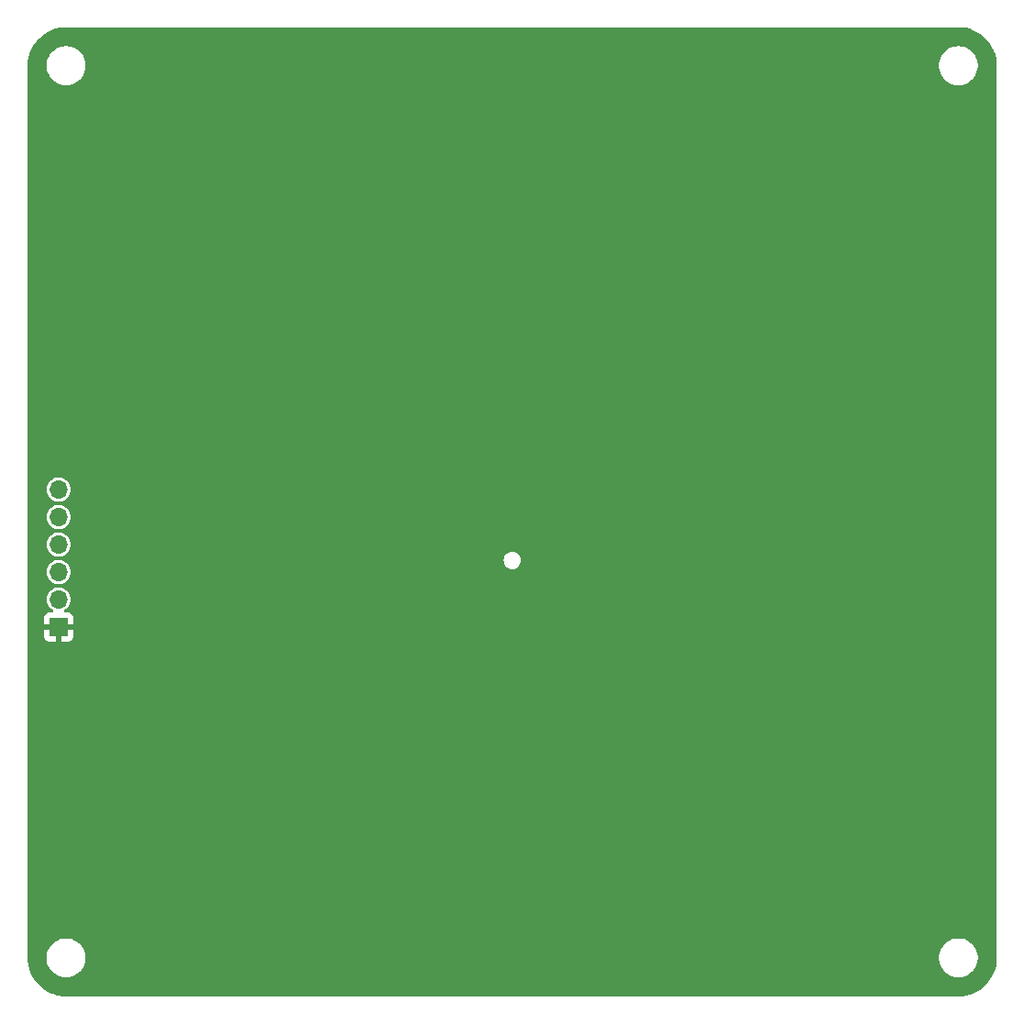
<source format=gbr>
%TF.GenerationSoftware,KiCad,Pcbnew,7.0.6-0*%
%TF.CreationDate,2024-12-08T09:24:40-03:00*%
%TF.ProjectId,CommsBoard,436f6d6d-7342-46f6-9172-642e6b696361,rev?*%
%TF.SameCoordinates,Original*%
%TF.FileFunction,Copper,L3,Inr*%
%TF.FilePolarity,Positive*%
%FSLAX46Y46*%
G04 Gerber Fmt 4.6, Leading zero omitted, Abs format (unit mm)*
G04 Created by KiCad (PCBNEW 7.0.6-0) date 2024-12-08 09:24:40*
%MOMM*%
%LPD*%
G01*
G04 APERTURE LIST*
%TA.AperFunction,ComponentPad*%
%ADD10R,1.700000X1.700000*%
%TD*%
%TA.AperFunction,ComponentPad*%
%ADD11O,1.700000X1.700000*%
%TD*%
%TA.AperFunction,ViaPad*%
%ADD12C,0.609600*%
%TD*%
G04 APERTURE END LIST*
D10*
%TO.N,GND*%
%TO.C,J1*%
X73610400Y-97550000D03*
D11*
%TO.N,Net-(J1-Pin_2)*%
X73610400Y-95010000D03*
%TO.N,Net-(J1-Pin_3)*%
X73610400Y-92470000D03*
%TO.N,Net-(J1-Pin_4)*%
X73610400Y-89930000D03*
%TO.N,Net-(J1-Pin_5)*%
X73610400Y-87390000D03*
%TO.N,Net-(J1-Pin_6)*%
X73610400Y-84850000D03*
%TD*%
D12*
%TO.N,GND*%
X115910400Y-93210000D03*
X129610400Y-88100000D03*
X117510400Y-91410000D03*
X134310400Y-83500000D03*
X116810400Y-84900000D03*
X116710400Y-90010000D03*
X132910400Y-98100000D03*
X145510400Y-81600000D03*
X129810400Y-117000000D03*
X120310400Y-86500000D03*
X101210400Y-106500000D03*
X109510400Y-92510000D03*
X108710400Y-112800000D03*
X140910400Y-101600000D03*
X115110400Y-93210000D03*
X109610400Y-102100000D03*
X117310400Y-92210000D03*
X123010400Y-93800000D03*
X109410400Y-90310000D03*
X97310400Y-99400000D03*
X117310400Y-90610000D03*
X105010400Y-92100000D03*
X114310400Y-90010000D03*
X105010400Y-91000000D03*
X122010400Y-109300000D03*
X115110400Y-89610000D03*
X115910400Y-89610000D03*
X113010400Y-124000000D03*
X114310400Y-92810000D03*
X124410400Y-83700000D03*
X116710400Y-92810000D03*
X146110400Y-96800000D03*
X117210400Y-100800000D03*
X105510400Y-94400000D03*
X105210400Y-89500000D03*
%TD*%
%TA.AperFunction,Conductor*%
%TO.N,GND*%
G36*
X156647293Y-42150640D02*
G01*
X156656825Y-42150602D01*
X156656827Y-42150603D01*
X156682824Y-42150500D01*
X156701189Y-42150500D01*
X156703966Y-42150562D01*
X157046346Y-42166060D01*
X157052395Y-42166632D01*
X157391535Y-42215690D01*
X157397508Y-42216856D01*
X157730166Y-42298997D01*
X157736006Y-42300748D01*
X158058988Y-42415182D01*
X158064623Y-42417497D01*
X158374787Y-42563109D01*
X158380164Y-42565964D01*
X158674528Y-42741356D01*
X158679603Y-42744728D01*
X158955307Y-42948198D01*
X158960024Y-42952052D01*
X159214394Y-43181622D01*
X159218719Y-43185929D01*
X159449292Y-43439375D01*
X159453172Y-43444086D01*
X159657728Y-43718969D01*
X159661123Y-43724032D01*
X159837689Y-44017704D01*
X159840564Y-44023069D01*
X159987406Y-44332643D01*
X159989747Y-44338279D01*
X160003439Y-44376439D01*
X160105465Y-44660803D01*
X160107236Y-44666627D01*
X160140037Y-44797230D01*
X160190699Y-44998951D01*
X160191892Y-45004936D01*
X160242294Y-45343846D01*
X160242894Y-45349920D01*
X160259825Y-45693677D01*
X160259900Y-45696727D01*
X160259900Y-128093670D01*
X160259825Y-128096713D01*
X160242906Y-128441090D01*
X160242310Y-128447148D01*
X160191945Y-128786684D01*
X160190757Y-128792656D01*
X160107352Y-129125625D01*
X160105585Y-129131451D01*
X159989945Y-129454645D01*
X159987615Y-129460270D01*
X159840852Y-129770575D01*
X159837982Y-129775944D01*
X159661518Y-130070355D01*
X159658136Y-130075417D01*
X159453655Y-130351128D01*
X159449793Y-130355834D01*
X159219275Y-130610170D01*
X159214970Y-130614475D01*
X158960634Y-130844993D01*
X158955928Y-130848855D01*
X158680217Y-131053336D01*
X158675155Y-131056718D01*
X158380744Y-131233182D01*
X158375375Y-131236052D01*
X158065070Y-131382815D01*
X158059445Y-131385145D01*
X157736251Y-131500785D01*
X157730425Y-131502552D01*
X157397456Y-131585957D01*
X157391484Y-131587145D01*
X157051948Y-131637510D01*
X157045889Y-131638106D01*
X156757634Y-131652267D01*
X156727372Y-131650036D01*
X156724679Y-131649500D01*
X156724674Y-131649500D01*
X74301529Y-131649500D01*
X74298486Y-131649425D01*
X73955130Y-131632556D01*
X73949071Y-131631960D01*
X73610539Y-131581743D01*
X73604571Y-131580556D01*
X73559400Y-131569242D01*
X73272586Y-131497398D01*
X73266760Y-131495631D01*
X73083568Y-131430084D01*
X72944538Y-131380338D01*
X72938918Y-131378010D01*
X72629527Y-131231680D01*
X72624162Y-131228813D01*
X72330621Y-131052870D01*
X72325559Y-131049488D01*
X72124931Y-130900693D01*
X72050662Y-130845611D01*
X72045958Y-130841750D01*
X71792366Y-130611908D01*
X71788091Y-130607633D01*
X71558247Y-130354039D01*
X71554386Y-130349335D01*
X71350511Y-130074440D01*
X71347129Y-130069378D01*
X71236846Y-129885383D01*
X71171182Y-129775830D01*
X71168319Y-129770472D01*
X71021989Y-129461081D01*
X71019665Y-129455471D01*
X70904366Y-129133232D01*
X70902601Y-129127413D01*
X70876302Y-129022422D01*
X70819439Y-128795412D01*
X70818256Y-128789460D01*
X70798583Y-128656838D01*
X70768038Y-128450922D01*
X70767443Y-128444869D01*
X70757130Y-128234936D01*
X72499500Y-128234936D01*
X72539718Y-128501767D01*
X72539720Y-128501773D01*
X72619262Y-128759641D01*
X72736346Y-129002769D01*
X72736348Y-129002771D01*
X72736349Y-129002774D01*
X72888364Y-129225741D01*
X72888365Y-129225741D01*
X73071910Y-129423557D01*
X73071914Y-129423560D01*
X73071915Y-129423561D01*
X73282898Y-129591815D01*
X73516602Y-129726743D01*
X73767805Y-129825334D01*
X74030897Y-129885383D01*
X74059715Y-129887542D01*
X74232618Y-129900500D01*
X74232624Y-129900500D01*
X74367382Y-129900500D01*
X74518671Y-129889162D01*
X74569103Y-129885383D01*
X74832195Y-129825334D01*
X75083398Y-129726743D01*
X75317102Y-129591815D01*
X75528085Y-129423561D01*
X75711635Y-129225741D01*
X75863651Y-129002775D01*
X75980738Y-128759641D01*
X76060280Y-128501772D01*
X76069427Y-128441090D01*
X76100499Y-128234936D01*
X154899500Y-128234936D01*
X154939718Y-128501767D01*
X154939720Y-128501773D01*
X155019262Y-128759641D01*
X155136346Y-129002769D01*
X155136348Y-129002771D01*
X155136349Y-129002774D01*
X155288364Y-129225740D01*
X155288365Y-129225741D01*
X155471910Y-129423557D01*
X155471914Y-129423560D01*
X155471915Y-129423561D01*
X155682898Y-129591815D01*
X155916602Y-129726743D01*
X156167805Y-129825334D01*
X156430897Y-129885383D01*
X156459715Y-129887542D01*
X156632618Y-129900500D01*
X156632624Y-129900500D01*
X156767382Y-129900500D01*
X156918671Y-129889162D01*
X156969103Y-129885383D01*
X157232195Y-129825334D01*
X157483398Y-129726743D01*
X157717102Y-129591815D01*
X157928085Y-129423561D01*
X158111635Y-129225741D01*
X158263651Y-129002775D01*
X158380738Y-128759641D01*
X158460280Y-128501772D01*
X158469427Y-128441090D01*
X158500499Y-128234936D01*
X158500500Y-128234927D01*
X158500500Y-127965072D01*
X158500499Y-127965063D01*
X158460281Y-127698232D01*
X158460279Y-127698226D01*
X158380738Y-127440359D01*
X158263651Y-127197226D01*
X158111635Y-126974259D01*
X158101358Y-126963183D01*
X157928089Y-126776442D01*
X157887509Y-126744080D01*
X157717102Y-126608185D01*
X157483398Y-126473257D01*
X157483396Y-126473256D01*
X157232195Y-126374666D01*
X157232188Y-126374664D01*
X156969101Y-126314616D01*
X156767382Y-126299500D01*
X156767376Y-126299500D01*
X156632624Y-126299500D01*
X156632618Y-126299500D01*
X156430898Y-126314616D01*
X156167811Y-126374664D01*
X156167804Y-126374666D01*
X155916603Y-126473256D01*
X155916599Y-126473258D01*
X155682898Y-126608185D01*
X155471910Y-126776442D01*
X155288365Y-126974258D01*
X155136345Y-127197231D01*
X155136344Y-127197232D01*
X155019263Y-127440355D01*
X154939720Y-127698226D01*
X154939718Y-127698232D01*
X154899500Y-127965063D01*
X154899500Y-128234936D01*
X76100499Y-128234936D01*
X76100500Y-128234927D01*
X76100500Y-127965072D01*
X76100499Y-127965063D01*
X76060281Y-127698232D01*
X76060279Y-127698226D01*
X75980738Y-127440359D01*
X75863651Y-127197226D01*
X75711635Y-126974259D01*
X75701358Y-126963183D01*
X75528089Y-126776442D01*
X75487509Y-126744080D01*
X75317102Y-126608185D01*
X75083398Y-126473257D01*
X75083396Y-126473256D01*
X74832195Y-126374666D01*
X74832188Y-126374664D01*
X74569101Y-126314616D01*
X74367382Y-126299500D01*
X74367376Y-126299500D01*
X74232624Y-126299500D01*
X74232618Y-126299500D01*
X74030898Y-126314616D01*
X73767811Y-126374664D01*
X73767804Y-126374666D01*
X73516603Y-126473256D01*
X73516599Y-126473258D01*
X73282898Y-126608185D01*
X73071910Y-126776442D01*
X72888365Y-126974258D01*
X72736345Y-127197231D01*
X72736344Y-127197232D01*
X72619263Y-127440355D01*
X72539720Y-127698226D01*
X72539718Y-127698232D01*
X72499500Y-127965063D01*
X72499500Y-128234936D01*
X70757130Y-128234936D01*
X70750575Y-128101512D01*
X70750500Y-128098470D01*
X70750500Y-98447844D01*
X72260400Y-98447844D01*
X72266801Y-98507372D01*
X72266803Y-98507379D01*
X72317045Y-98642086D01*
X72317049Y-98642093D01*
X72403209Y-98757187D01*
X72403212Y-98757190D01*
X72518306Y-98843350D01*
X72518313Y-98843354D01*
X72653020Y-98893596D01*
X72653027Y-98893598D01*
X72712555Y-98899999D01*
X72712572Y-98900000D01*
X73360400Y-98900000D01*
X73360400Y-97985501D01*
X73468085Y-98034680D01*
X73574637Y-98050000D01*
X73646163Y-98050000D01*
X73752715Y-98034680D01*
X73860400Y-97985501D01*
X73860400Y-98900000D01*
X74508228Y-98900000D01*
X74508244Y-98899999D01*
X74567772Y-98893598D01*
X74567779Y-98893596D01*
X74702486Y-98843354D01*
X74702493Y-98843350D01*
X74817587Y-98757190D01*
X74817590Y-98757187D01*
X74903750Y-98642093D01*
X74903754Y-98642086D01*
X74953996Y-98507379D01*
X74953998Y-98507372D01*
X74960399Y-98447844D01*
X74960400Y-98447827D01*
X74960400Y-97800000D01*
X74044086Y-97800000D01*
X74069893Y-97759844D01*
X74110400Y-97621889D01*
X74110400Y-97478111D01*
X74069893Y-97340156D01*
X74044086Y-97300000D01*
X74960400Y-97300000D01*
X74960400Y-96652172D01*
X74960399Y-96652155D01*
X74953998Y-96592627D01*
X74953996Y-96592620D01*
X74903754Y-96457913D01*
X74903750Y-96457906D01*
X74817590Y-96342812D01*
X74817587Y-96342809D01*
X74702493Y-96256649D01*
X74702486Y-96256645D01*
X74567779Y-96206403D01*
X74567772Y-96206401D01*
X74508244Y-96200000D01*
X74214788Y-96200000D01*
X74147749Y-96180315D01*
X74101994Y-96127511D01*
X74092050Y-96058353D01*
X74121075Y-95994797D01*
X74149511Y-95970573D01*
X74276439Y-95891982D01*
X74276438Y-95891982D01*
X74276441Y-95891981D01*
X74427164Y-95754579D01*
X74550073Y-95591821D01*
X74640982Y-95409250D01*
X74696797Y-95213083D01*
X74715615Y-95010000D01*
X74696797Y-94806917D01*
X74640982Y-94610750D01*
X74550073Y-94428179D01*
X74427164Y-94265421D01*
X74427162Y-94265418D01*
X74276441Y-94128019D01*
X74276439Y-94128017D01*
X74103042Y-94020655D01*
X74103035Y-94020651D01*
X74007946Y-93983813D01*
X73912856Y-93946976D01*
X73712376Y-93909500D01*
X73508424Y-93909500D01*
X73307944Y-93946976D01*
X73307941Y-93946976D01*
X73307941Y-93946977D01*
X73117764Y-94020651D01*
X73117757Y-94020655D01*
X72944360Y-94128017D01*
X72944358Y-94128019D01*
X72793637Y-94265418D01*
X72670727Y-94428178D01*
X72579822Y-94610739D01*
X72579817Y-94610752D01*
X72524002Y-94806917D01*
X72505185Y-95009999D01*
X72505185Y-95010000D01*
X72524002Y-95213082D01*
X72579817Y-95409247D01*
X72579822Y-95409260D01*
X72670727Y-95591821D01*
X72793637Y-95754581D01*
X72944358Y-95891980D01*
X72944360Y-95891982D01*
X73071289Y-95970573D01*
X73117925Y-96022601D01*
X73129029Y-96091583D01*
X73101076Y-96155617D01*
X73042941Y-96194373D01*
X73006012Y-96200000D01*
X72712555Y-96200000D01*
X72653027Y-96206401D01*
X72653020Y-96206403D01*
X72518313Y-96256645D01*
X72518306Y-96256649D01*
X72403212Y-96342809D01*
X72403209Y-96342812D01*
X72317049Y-96457906D01*
X72317045Y-96457913D01*
X72266803Y-96592620D01*
X72266801Y-96592627D01*
X72260400Y-96652155D01*
X72260400Y-97300000D01*
X73176714Y-97300000D01*
X73150907Y-97340156D01*
X73110400Y-97478111D01*
X73110400Y-97621889D01*
X73150907Y-97759844D01*
X73176714Y-97800000D01*
X72260400Y-97800000D01*
X72260400Y-98447844D01*
X70750500Y-98447844D01*
X70750500Y-92470000D01*
X72505185Y-92470000D01*
X72524002Y-92673082D01*
X72579817Y-92869247D01*
X72579822Y-92869260D01*
X72670727Y-93051821D01*
X72793637Y-93214581D01*
X72944358Y-93351980D01*
X72944360Y-93351982D01*
X73043541Y-93413392D01*
X73117763Y-93459348D01*
X73307944Y-93533024D01*
X73508424Y-93570500D01*
X73508426Y-93570500D01*
X73712374Y-93570500D01*
X73712376Y-93570500D01*
X73912856Y-93533024D01*
X74103037Y-93459348D01*
X74276441Y-93351981D01*
X74427164Y-93214579D01*
X74550073Y-93051821D01*
X74640982Y-92869250D01*
X74696797Y-92673083D01*
X74715615Y-92470000D01*
X74696797Y-92266917D01*
X74640982Y-92070750D01*
X74620599Y-92029816D01*
X74557085Y-91902262D01*
X74550073Y-91888179D01*
X74427164Y-91725421D01*
X74427162Y-91725418D01*
X74276441Y-91588019D01*
X74276439Y-91588017D01*
X74103042Y-91480655D01*
X74103035Y-91480651D01*
X74007946Y-91443813D01*
X73912856Y-91406976D01*
X73875554Y-91400003D01*
X114704835Y-91400003D01*
X114725030Y-91579249D01*
X114725031Y-91579254D01*
X114784611Y-91749523D01*
X114871734Y-91888178D01*
X114880584Y-91902262D01*
X115008138Y-92029816D01*
X115160878Y-92125789D01*
X115331144Y-92185368D01*
X115331145Y-92185368D01*
X115331150Y-92185369D01*
X115421646Y-92195565D01*
X115465440Y-92200499D01*
X115465443Y-92200500D01*
X115465446Y-92200500D01*
X115555357Y-92200500D01*
X115555358Y-92200499D01*
X115622504Y-92192934D01*
X115689649Y-92185369D01*
X115689652Y-92185368D01*
X115689655Y-92185368D01*
X115859922Y-92125789D01*
X116012662Y-92029816D01*
X116140216Y-91902262D01*
X116236189Y-91749522D01*
X116295768Y-91579255D01*
X116295769Y-91579249D01*
X116315965Y-91400003D01*
X116315965Y-91399996D01*
X116295769Y-91220750D01*
X116295768Y-91220745D01*
X116236188Y-91050476D01*
X116140215Y-90897737D01*
X116012662Y-90770184D01*
X115859923Y-90674211D01*
X115689654Y-90614631D01*
X115689649Y-90614630D01*
X115555360Y-90599500D01*
X115555354Y-90599500D01*
X115465446Y-90599500D01*
X115465439Y-90599500D01*
X115331150Y-90614630D01*
X115331145Y-90614631D01*
X115160876Y-90674211D01*
X115008137Y-90770184D01*
X114880584Y-90897737D01*
X114784611Y-91050476D01*
X114725031Y-91220745D01*
X114725030Y-91220750D01*
X114704835Y-91399996D01*
X114704835Y-91400003D01*
X73875554Y-91400003D01*
X73712376Y-91369500D01*
X73508424Y-91369500D01*
X73307944Y-91406976D01*
X73307941Y-91406976D01*
X73307941Y-91406977D01*
X73117764Y-91480651D01*
X73117757Y-91480655D01*
X72944360Y-91588017D01*
X72944358Y-91588019D01*
X72793637Y-91725418D01*
X72670727Y-91888178D01*
X72579822Y-92070739D01*
X72579817Y-92070752D01*
X72524002Y-92266917D01*
X72505185Y-92469999D01*
X72505185Y-92470000D01*
X70750500Y-92470000D01*
X70750500Y-89930000D01*
X72505185Y-89930000D01*
X72524002Y-90133082D01*
X72579817Y-90329247D01*
X72579822Y-90329260D01*
X72670727Y-90511821D01*
X72793637Y-90674581D01*
X72944358Y-90811980D01*
X72944360Y-90811982D01*
X73043541Y-90873392D01*
X73117763Y-90919348D01*
X73307944Y-90993024D01*
X73508424Y-91030500D01*
X73508426Y-91030500D01*
X73712374Y-91030500D01*
X73712376Y-91030500D01*
X73912856Y-90993024D01*
X74103037Y-90919348D01*
X74276441Y-90811981D01*
X74427164Y-90674579D01*
X74550073Y-90511821D01*
X74640982Y-90329250D01*
X74696797Y-90133083D01*
X74715615Y-89930000D01*
X74696797Y-89726917D01*
X74640982Y-89530750D01*
X74550073Y-89348179D01*
X74427164Y-89185421D01*
X74427162Y-89185418D01*
X74276441Y-89048019D01*
X74276439Y-89048017D01*
X74103042Y-88940655D01*
X74103035Y-88940651D01*
X74007946Y-88903813D01*
X73912856Y-88866976D01*
X73712376Y-88829500D01*
X73508424Y-88829500D01*
X73307944Y-88866976D01*
X73307941Y-88866976D01*
X73307941Y-88866977D01*
X73117764Y-88940651D01*
X73117757Y-88940655D01*
X72944360Y-89048017D01*
X72944358Y-89048019D01*
X72793637Y-89185418D01*
X72670727Y-89348178D01*
X72579822Y-89530739D01*
X72579817Y-89530752D01*
X72524002Y-89726917D01*
X72505185Y-89929999D01*
X72505185Y-89930000D01*
X70750500Y-89930000D01*
X70750500Y-87390000D01*
X72505185Y-87390000D01*
X72524002Y-87593082D01*
X72579817Y-87789247D01*
X72579822Y-87789260D01*
X72670727Y-87971821D01*
X72793637Y-88134581D01*
X72944358Y-88271980D01*
X72944360Y-88271982D01*
X73043541Y-88333392D01*
X73117763Y-88379348D01*
X73307944Y-88453024D01*
X73508424Y-88490500D01*
X73508426Y-88490500D01*
X73712374Y-88490500D01*
X73712376Y-88490500D01*
X73912856Y-88453024D01*
X74103037Y-88379348D01*
X74276441Y-88271981D01*
X74427164Y-88134579D01*
X74550073Y-87971821D01*
X74640982Y-87789250D01*
X74696797Y-87593083D01*
X74715615Y-87390000D01*
X74696797Y-87186917D01*
X74640982Y-86990750D01*
X74550073Y-86808179D01*
X74427164Y-86645421D01*
X74427162Y-86645418D01*
X74276441Y-86508019D01*
X74276439Y-86508017D01*
X74103042Y-86400655D01*
X74103035Y-86400651D01*
X74007946Y-86363814D01*
X73912856Y-86326976D01*
X73712376Y-86289500D01*
X73508424Y-86289500D01*
X73307944Y-86326976D01*
X73307941Y-86326976D01*
X73307941Y-86326977D01*
X73117764Y-86400651D01*
X73117757Y-86400655D01*
X72944360Y-86508017D01*
X72944358Y-86508019D01*
X72793637Y-86645418D01*
X72670727Y-86808178D01*
X72579822Y-86990739D01*
X72579817Y-86990752D01*
X72524002Y-87186917D01*
X72505185Y-87389999D01*
X72505185Y-87390000D01*
X70750500Y-87390000D01*
X70750500Y-84850000D01*
X72505185Y-84850000D01*
X72524002Y-85053082D01*
X72579817Y-85249247D01*
X72579822Y-85249260D01*
X72670727Y-85431821D01*
X72793637Y-85594581D01*
X72944358Y-85731980D01*
X72944360Y-85731982D01*
X73043541Y-85793392D01*
X73117763Y-85839348D01*
X73307944Y-85913024D01*
X73508424Y-85950500D01*
X73508426Y-85950500D01*
X73712374Y-85950500D01*
X73712376Y-85950500D01*
X73912856Y-85913024D01*
X74103037Y-85839348D01*
X74276441Y-85731981D01*
X74427164Y-85594579D01*
X74550073Y-85431821D01*
X74640982Y-85249250D01*
X74696797Y-85053083D01*
X74715615Y-84850000D01*
X74696797Y-84646917D01*
X74640982Y-84450750D01*
X74550073Y-84268179D01*
X74427164Y-84105421D01*
X74427162Y-84105418D01*
X74276441Y-83968019D01*
X74276439Y-83968017D01*
X74103042Y-83860655D01*
X74103035Y-83860651D01*
X74007946Y-83823813D01*
X73912856Y-83786976D01*
X73712376Y-83749500D01*
X73508424Y-83749500D01*
X73307944Y-83786976D01*
X73307941Y-83786976D01*
X73307941Y-83786977D01*
X73117764Y-83860651D01*
X73117757Y-83860655D01*
X72944360Y-83968017D01*
X72944358Y-83968019D01*
X72793637Y-84105418D01*
X72670727Y-84268178D01*
X72579822Y-84450739D01*
X72579817Y-84450752D01*
X72524002Y-84646917D01*
X72505185Y-84849999D01*
X72505185Y-84850000D01*
X70750500Y-84850000D01*
X70750500Y-45834936D01*
X72499500Y-45834936D01*
X72539718Y-46101767D01*
X72539720Y-46101773D01*
X72619262Y-46359641D01*
X72736346Y-46602769D01*
X72888365Y-46825741D01*
X73071910Y-47023557D01*
X73071914Y-47023560D01*
X73071915Y-47023561D01*
X73282898Y-47191815D01*
X73516602Y-47326743D01*
X73767805Y-47425334D01*
X74030897Y-47485383D01*
X74059715Y-47487542D01*
X74232618Y-47500500D01*
X74232624Y-47500500D01*
X74367382Y-47500500D01*
X74518671Y-47489162D01*
X74569103Y-47485383D01*
X74832195Y-47425334D01*
X75083398Y-47326743D01*
X75317102Y-47191815D01*
X75528085Y-47023561D01*
X75711635Y-46825741D01*
X75863651Y-46602775D01*
X75980738Y-46359641D01*
X76060280Y-46101772D01*
X76100499Y-45834936D01*
X154899500Y-45834936D01*
X154939718Y-46101767D01*
X154939720Y-46101773D01*
X155019262Y-46359641D01*
X155136346Y-46602769D01*
X155288365Y-46825741D01*
X155471910Y-47023557D01*
X155471914Y-47023560D01*
X155471915Y-47023561D01*
X155682898Y-47191815D01*
X155916602Y-47326743D01*
X156167805Y-47425334D01*
X156430897Y-47485383D01*
X156459715Y-47487542D01*
X156632618Y-47500500D01*
X156632624Y-47500500D01*
X156767382Y-47500500D01*
X156918671Y-47489162D01*
X156969103Y-47485383D01*
X157232195Y-47425334D01*
X157483398Y-47326743D01*
X157717102Y-47191815D01*
X157928085Y-47023561D01*
X158111635Y-46825741D01*
X158263651Y-46602775D01*
X158380738Y-46359641D01*
X158460280Y-46101772D01*
X158500500Y-45834929D01*
X158500500Y-45565071D01*
X158500499Y-45565063D01*
X158460281Y-45298232D01*
X158460279Y-45298226D01*
X158411411Y-45139800D01*
X158380738Y-45040359D01*
X158263651Y-44797226D01*
X158111635Y-44574259D01*
X158101358Y-44563183D01*
X157928089Y-44376442D01*
X157873167Y-44332643D01*
X157717102Y-44208185D01*
X157483398Y-44073257D01*
X157483396Y-44073256D01*
X157232195Y-43974666D01*
X157232188Y-43974664D01*
X156969101Y-43914616D01*
X156767382Y-43899500D01*
X156767376Y-43899500D01*
X156632624Y-43899500D01*
X156632618Y-43899500D01*
X156430898Y-43914616D01*
X156167811Y-43974664D01*
X156167804Y-43974666D01*
X155916603Y-44073256D01*
X155916599Y-44073258D01*
X155682898Y-44208185D01*
X155471910Y-44376442D01*
X155288365Y-44574258D01*
X155136345Y-44797231D01*
X155136344Y-44797232D01*
X155019263Y-45040355D01*
X154939720Y-45298226D01*
X154939718Y-45298232D01*
X154899500Y-45565063D01*
X154899500Y-45834936D01*
X76100499Y-45834936D01*
X76100500Y-45834929D01*
X76100500Y-45565071D01*
X76100499Y-45565063D01*
X76060281Y-45298232D01*
X76060279Y-45298226D01*
X76011411Y-45139800D01*
X75980738Y-45040359D01*
X75863651Y-44797226D01*
X75711635Y-44574259D01*
X75701358Y-44563183D01*
X75528089Y-44376442D01*
X75473167Y-44332643D01*
X75317102Y-44208185D01*
X75083398Y-44073257D01*
X75083396Y-44073256D01*
X74832195Y-43974666D01*
X74832188Y-43974664D01*
X74569101Y-43914616D01*
X74367382Y-43899500D01*
X74367376Y-43899500D01*
X74232624Y-43899500D01*
X74232618Y-43899500D01*
X74030898Y-43914616D01*
X73767811Y-43974664D01*
X73767804Y-43974666D01*
X73516603Y-44073256D01*
X73516599Y-44073258D01*
X73282898Y-44208185D01*
X73071910Y-44376442D01*
X72888365Y-44574258D01*
X72736345Y-44797231D01*
X72736344Y-44797232D01*
X72619263Y-45040355D01*
X72539720Y-45298226D01*
X72539718Y-45298232D01*
X72499500Y-45565063D01*
X72499500Y-45834936D01*
X70750500Y-45834936D01*
X70750500Y-45701528D01*
X70750575Y-45698486D01*
X70767443Y-45355130D01*
X70768039Y-45349072D01*
X70768366Y-45346872D01*
X70818256Y-45010534D01*
X70819438Y-45004590D01*
X70902601Y-44672586D01*
X70904364Y-44666772D01*
X71019668Y-44344521D01*
X71021989Y-44338918D01*
X71147636Y-44073258D01*
X71168322Y-44029521D01*
X71171177Y-44024178D01*
X71347137Y-43730609D01*
X71350505Y-43725567D01*
X71554397Y-43450649D01*
X71558238Y-43445970D01*
X71788101Y-43192355D01*
X71792355Y-43188101D01*
X72045970Y-42958238D01*
X72050649Y-42954397D01*
X72325567Y-42750505D01*
X72330609Y-42747137D01*
X72624178Y-42571177D01*
X72629521Y-42568322D01*
X72938921Y-42421987D01*
X72944521Y-42419668D01*
X73266772Y-42304364D01*
X73272586Y-42302601D01*
X73316811Y-42291523D01*
X73604590Y-42219438D01*
X73610534Y-42218256D01*
X73949079Y-42168038D01*
X73955130Y-42167443D01*
X74298487Y-42150575D01*
X74301529Y-42150500D01*
X74344170Y-42150500D01*
X156645644Y-42150500D01*
X156647293Y-42150640D01*
G37*
%TD.AperFunction*%
%TD*%
M02*

</source>
